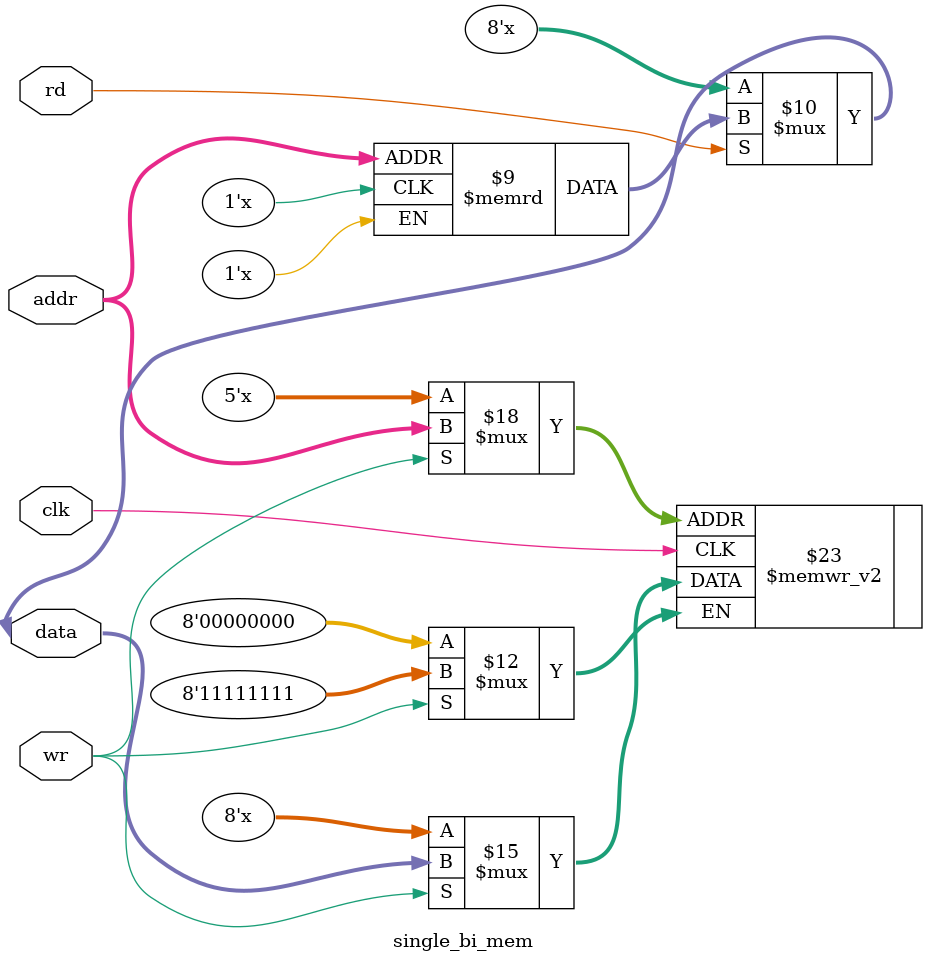
<source format=v>
module single_bi_mem (clk,rd,wr,addr,data);

	parameter A_WIDTH = 5 , D_WIDTH = 8;

	input clk,rd,wr;
	input [A_WIDTH-1 : 0] addr;
	inout [D_WIDTH-1 : 0] data;

	reg [D_WIDTH-1 : 0] mem [(1 << A_WIDTH) - 1 : 0];

	always @(posedge clk) begin 
		if (wr)
			mem[addr] <= data;
	end

	assign data = (rd) ? mem[addr] : {D_WIDTH{1'bz}};

endmodule : single_bi_mem
</source>
